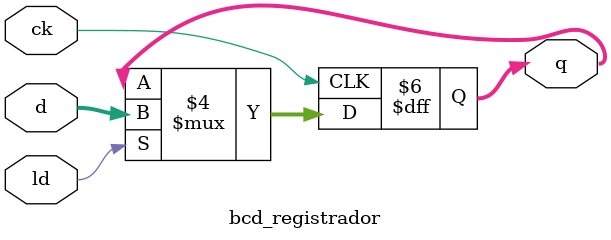
<source format=v>
/*
Módulo BCD Registrador

Este módulo implementa um registrador 
de 4 bits para armazenar um valor BCD.

*/

module bcd_registrador(
    input ck,
    input ld,
    input [3:0] d,
    output reg [3:0] q
);
    initial begin
        // Inicialização
        q = 0;
    end

    always @(negedge ck) begin
        // Gravação do valor no registrador na borda de descida do clock
        if (ld) begin
            q = d;
        end
    end
endmodule

</source>
